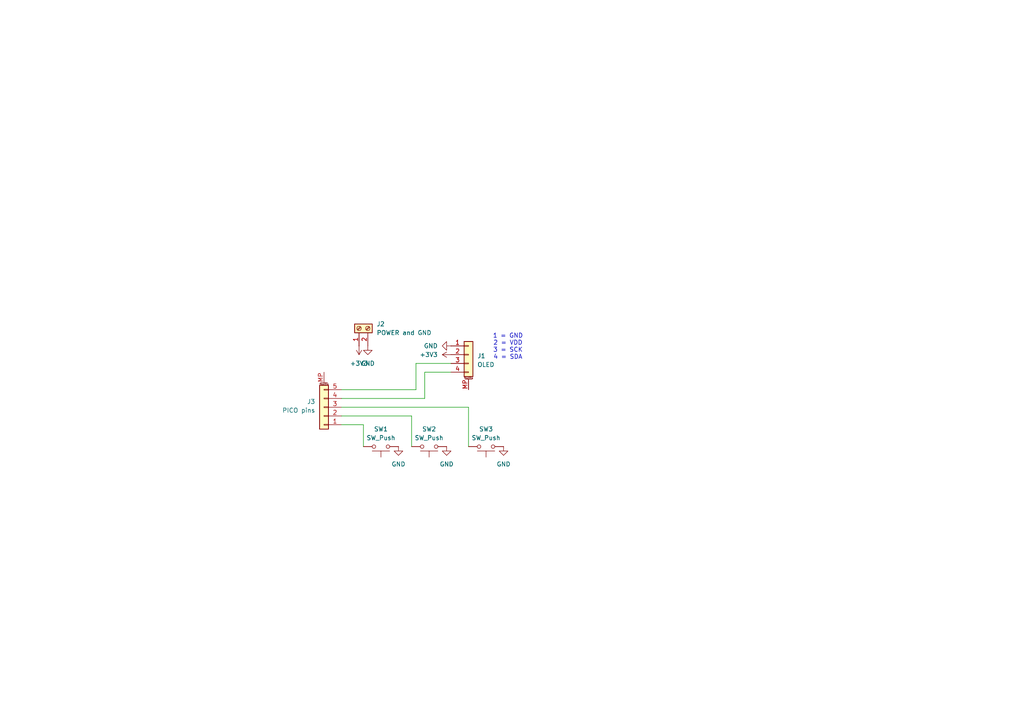
<source format=kicad_sch>
(kicad_sch (version 20231120) (generator "eeschema") (generator_version "8.0")
  (paper "A4")
  (lib_symbols
    (symbol "Connector:Screw_Terminal_01x02" (pin_names (offset 1.016) hide)
      (property "Reference" "J" (at 0 2.54 0))
      (property "Value" "Screw_Terminal_01x02" (at 0 -5.08 0))
      (symbol "Screw_Terminal_01x02_1_1"
        (rectangle (start -1.27 1.27) (end 1.27 -3.81) (stroke (width 0.254)) (fill (type background)))
        (circle (center 0 -2.54) (radius 0.635) (stroke (width 0.1524)))
        (polyline (pts (xy -0.5334 -2.2098) (xy 0.3302 -3.048)) (stroke (width 0.1524)))
        (polyline (pts (xy -0.5334 0.3302) (xy 0.3302 -0.508)) (stroke (width 0.1524)))
        (polyline (pts (xy -0.3556 -2.032) (xy 0.508 -2.8702)) (stroke (width 0.1524)))
        (polyline (pts (xy -0.3556 0.508) (xy 0.508 -0.3302)) (stroke (width 0.1524)))
        (circle (center 0 0) (radius 0.635) (stroke (width 0.1524)))
        (pin passive line (at -5.08 0 0) (length 3.81) (name "Pin_1") (number "1"))
        (pin passive line (at -5.08 -2.54 0) (length 3.81) (name "Pin_2") (number "2"))
      )
    )
    (symbol "Connector_Generic_MountingPin:Conn_01x04_MountingPin" (pin_names (offset 1.016) hide)
      (property "Reference" "J1" (at 2.54 -0.3555 0))
      (property "Value" "Conn_01x04_MountingPin" (at 2.54 -2.8955 0))
      (symbol "Conn_01x04_MountingPin_1_1"
        (rectangle (start -1.27 -4.953) (end 0 -5.207) (stroke (width 0.1524)))
        (rectangle (start -1.27 -2.413) (end 0 -2.667) (stroke (width 0.1524)))
        (rectangle (start -1.27 0.127) (end 0 -0.127) (stroke (width 0.1524)))
        (rectangle (start -1.27 2.667) (end 0 2.413) (stroke (width 0.1524)))
        (rectangle (start -1.27 3.81) (end 1.27 -6.35) (stroke (width 0.254)) (fill (type background)))
        (polyline (pts (xy -1.016 -7.112) (xy 1.016 -7.112)) (stroke (width 0.1524)))
        (text "Mounting" (at 0 -6.731 0) (effects (font (size 0.381 0.381))))
        (pin passive line (at -5.08 2.54 0) (length 3.81) (name "GND") (number "1"))
        (pin passive line (at -5.08 0 0) (length 3.81) (name "VDD") (number "2"))
        (pin passive line (at -5.08 -2.54 0) (length 3.81) (name "SCK") (number "3"))
        (pin passive line (at -5.08 -5.08 0) (length 3.81) (name "SDA") (number "4"))
        (pin passive line (at 0 -10.16 90) (length 3.048) (name "MountPin") (number "MP"))
      )
    )
    (symbol "Connector_Generic_MountingPin:Conn_01x05_MountingPin" (pin_names (offset 1.016) hide)
      (property "Reference" "J" (at 0 7.62 0))
      (property "Value" "Conn_01x05_MountingPin" (at 1.27 -7.62 0))
      (symbol "Conn_01x05_MountingPin_1_1"
        (rectangle (start -1.27 -4.953) (end 0 -5.207) (stroke (width 0.1524)))
        (rectangle (start -1.27 -2.413) (end 0 -2.667) (stroke (width 0.1524)))
        (rectangle (start -1.27 0.127) (end 0 -0.127) (stroke (width 0.1524)))
        (rectangle (start -1.27 2.667) (end 0 2.413) (stroke (width 0.1524)))
        (rectangle (start -1.27 5.207) (end 0 4.953) (stroke (width 0.1524)))
        (rectangle (start -1.27 6.35) (end 1.27 -6.35) (stroke (width 0.254)) (fill (type background)))
        (polyline (pts (xy -1.016 -7.112) (xy 1.016 -7.112)) (stroke (width 0.1524)))
        (text "Mounting" (at 0 -6.731 0) (effects (font (size 0.381 0.381))))
        (pin passive line (at -5.08 5.08 0) (length 3.81) (name "Pin_1") (number "1"))
        (pin passive line (at -5.08 2.54 0) (length 3.81) (name "Pin_2") (number "2"))
        (pin passive line (at -5.08 0 0) (length 3.81) (name "Pin_3") (number "3"))
        (pin passive line (at -5.08 -2.54 0) (length 3.81) (name "Pin_4") (number "4"))
        (pin passive line (at -5.08 -5.08 0) (length 3.81) (name "Pin_5") (number "5"))
        (pin passive line (at 0 -10.16 90) (length 3.048) (name "MountPin") (number "MP"))
      )
    )
    (symbol "Switch:SW_Push" (pin_numbers hide) (pin_names (offset 1.016) hide)
      (property "Reference" "SW" (at 1.27 2.54 0))
      (property "Value" "SW_Push" (at 0 -1.524 0))
      (symbol "SW_Push_0_1"
        (circle (center -2.032 0) (radius 0.508))
        (polyline (pts (xy 0 1.27) (xy 0 3.048)))
        (polyline (pts (xy 2.54 1.27) (xy -2.54 1.27)))
        (circle (center 2.032 0) (radius 0.508))
        (pin passive line (at -5.08 0 0) (length 2.54) (name "1") (number "1"))
        (pin passive line (at 5.08 0 180) (length 2.54) (name "2") (number "2"))
      )
    )
    (symbol "power:+3V3" (power) (pin_numbers hide) (pin_names (offset 0) hide)
      (property "Value" "+3V3" (at 0 3.556 0))
      (symbol "+3V3_0_1"
        (polyline (pts (xy -0.762 1.27) (xy 0 2.54)))
        (polyline (pts (xy 0 0) (xy 0 2.54)))
        (polyline (pts (xy 0 2.54) (xy 0.762 1.27)))
      )
      (symbol "+3V3_1_1"
        (pin power_in line (at 0 0 90) (length 0) (name "~") (number "1"))
      )
    )
    (symbol "power:GND" (power) (pin_numbers hide) (pin_names (offset 0) hide)
      (property "Value" "GND" (at 0 -3.81 0))
      (symbol "GND_0_1"
        (polyline (pts (xy 0 0) (xy 0 -1.27) (xy 1.27 -1.27) (xy 0 -2.54) (xy -1.27 -1.27) (xy 0 -1.27)))
      )
      (symbol "GND_1_1"
        (pin power_in line (at 0 0 270) (length 0) (name "~") (number "1"))
      )
    )
  )
  (wire (pts (xy 105.41 123.19) (xy 105.41 129.54)))
  (wire (pts (xy 123.19 107.95) (xy 123.19 115.57)))
  (wire (pts (xy 99.06 118.11) (xy 135.89 118.11)))
  (wire (pts (xy 119.38 120.65) (xy 119.38 129.54)))
  (wire (pts (xy 99.06 120.65) (xy 119.38 120.65)))
  (wire (pts (xy 123.19 115.57) (xy 99.06 115.57)))
  (wire (pts (xy 99.06 123.19) (xy 105.41 123.19)))
  (wire (pts (xy 120.65 113.03) (xy 120.65 105.41)))
  (wire (pts (xy 99.06 113.03) (xy 120.65 113.03)))
  (wire (pts (xy 130.81 107.95) (xy 123.19 107.95)))
  (wire (pts (xy 120.65 105.41) (xy 130.81 105.41)))
  (wire (pts (xy 135.89 118.11) (xy 135.89 129.54)))
  (text "1 = GND\n2 = VDD\n3 = SCK\n4 = SDA" (at 147.32 100.584 0) (effects (font (size 1.27 1.27))))
  (symbol (lib_id "power:GND") (at 130.81 100.33 270) (unit 1)
    (property "Reference" "#PWR03" (effects (hide yes)))
    (property "Value" "GND" (at 127 100.3299 90) (effects (justify right)))
    (property "Description" "Power symbol creates a global label with name \"GND\" , ground" (effects (hide yes)))
  )
  (symbol (lib_id "Connector_Generic_MountingPin:Conn_01x04_MountingPin") (at 135.89 102.87 0) (unit 1)
    (property "Reference" "J1" (at 138.43 103.2255 0) (effects (justify left)))
    (property "Value" "OLED" (at 138.43 105.7655 0) (effects (justify left)))
    (property "Footprint" "Connector_PinSocket_2.54mm:PinSocket_1x04_P2.54mm_Vertical" (effects (hide yes)))
    (property "Description" "Generic connectable mounting pin connector, single row, 01x04, script generated (kicad-library-utils/schlib/autogen/connector/)" (effects (hide yes)))
  )
  (symbol (lib_id "Switch:SW_Push") (at 110.49 129.54 180) (unit 1)
    (property "Reference" "SW1" (at 110.49 124.46 0))
    (property "Value" "SW_Push" (at 110.49 127 0))
    (property "Footprint" "Button_Switch_THT:SW_PUSH_6mm_H4.3mm" (effects (hide yes)))
    (property "Description" "Push button switch, generic, two pins" (effects (hide yes)))
  )
  (symbol (lib_id "Connector:Screw_Terminal_01x02") (at 104.14 95.25 90) (unit 1)
    (property "Reference" "J2" (at 109.22 93.9799 90) (effects (justify right)))
    (property "Value" "POWER and GND" (at 109.22 96.5199 90) (effects (justify right)))
    (property "Footprint" "TerminalBlock_Phoenix:TerminalBlock_Phoenix_MKDS-1,5-2_1x02_P5.00mm_Horizontal" (effects (hide yes)))
    (property "Description" "Generic screw terminal, single row, 01x02, script generated (kicad-library-utils/schlib/autogen/connector/)" (effects (hide yes)))
  )
  (symbol (lib_id "power:GND") (at 129.54 129.54 0) (unit 1)
    (property "Reference" "#PWR06" (effects (hide yes)))
    (property "Value" "GND" (at 129.54 134.62 0))
    (property "Description" "Power symbol creates a global label with name \"GND\" , ground" (effects (hide yes)))
  )
  (symbol (lib_id "power:+3V3") (at 104.14 100.33 180) (unit 1)
    (property "Reference" "#PWR01" (effects (hide yes)))
    (property "Value" "+3V3" (at 104.14 105.41 0))
    (property "Description" "Power symbol creates a global label with name \"+3V3\"" (effects (hide yes)))
  )
  (symbol (lib_id "Switch:SW_Push") (at 124.46 129.54 180) (unit 1)
    (property "Reference" "SW2" (at 124.46 124.46 0))
    (property "Value" "SW_Push" (at 124.46 127 0))
    (property "Footprint" "Button_Switch_THT:SW_PUSH_6mm_H4.3mm" (effects (hide yes)))
    (property "Description" "Push button switch, generic, two pins" (effects (hide yes)))
  )
  (symbol (lib_id "Switch:SW_Push") (at 140.97 129.54 180) (unit 1)
    (property "Reference" "SW3" (at 140.97 124.46 0))
    (property "Value" "SW_Push" (at 140.97 127 0))
    (property "Footprint" "Button_Switch_THT:SW_PUSH_6mm_H4.3mm" (effects (hide yes)))
    (property "Description" "Push button switch, generic, two pins" (effects (hide yes)))
  )
  (symbol (lib_id "Connector_Generic_MountingPin:Conn_01x05_MountingPin") (at 93.98 118.11 180) (unit 1)
    (property "Reference" "J3" (at 91.44 116.4843 0) (effects (justify left)))
    (property "Value" "PICO pins" (at 91.44 119.0243 0) (effects (justify left)))
    (property "Footprint" "Connector_PinSocket_2.54mm:PinSocket_1x05_P2.54mm_Vertical" (effects (hide yes)))
    (property "Description" "Generic connectable mounting pin connector, single row, 01x05, script generated (kicad-library-utils/schlib/autogen/connector/)" (effects (hide yes)))
  )
  (symbol (lib_id "power:GND") (at 146.05 129.54 0) (unit 1)
    (property "Reference" "#PWR07" (effects (hide yes)))
    (property "Value" "GND" (at 146.05 134.62 0))
    (property "Description" "Power symbol creates a global label with name \"GND\" , ground" (effects (hide yes)))
  )
  (symbol (lib_id "power:GND") (at 106.68 100.33 0) (unit 1)
    (property "Reference" "#PWR02" (effects (hide yes)))
    (property "Value" "GND" (at 106.68 105.41 0))
    (property "Description" "Power symbol creates a global label with name \"GND\" , ground" (effects (hide yes)))
  )
  (symbol (lib_id "power:+3V3") (at 130.81 102.87 90) (unit 1)
    (property "Reference" "#PWR04" (effects (hide yes)))
    (property "Value" "+3V3" (at 127 102.8699 90) (effects (justify left)))
    (property "Description" "Power symbol creates a global label with name \"+3V3\"" (effects (hide yes)))
  )
  (symbol (lib_id "power:GND") (at 115.57 129.54 0) (unit 1)
    (property "Reference" "#PWR05" (effects (hide yes)))
    (property "Value" "GND" (at 115.57 134.62 0))
    (property "Description" "Power symbol creates a global label with name \"GND\" , ground" (effects (hide yes)))
  )
)
</source>
